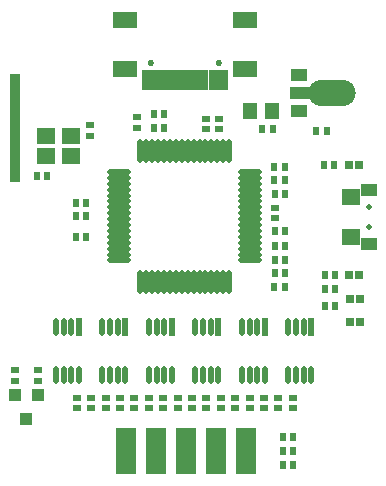
<source format=gts>
G04*
G04 #@! TF.GenerationSoftware,Altium Limited,Altium Designer,24.4.1 (13)*
G04*
G04 Layer_Color=8388736*
%FSLAX44Y44*%
%MOMM*%
G71*
G04*
G04 #@! TF.SameCoordinates,5AD5FF80-1175-482D-978A-231780835DF3*
G04*
G04*
G04 #@! TF.FilePolarity,Negative*
G04*
G01*
G75*
%ADD36R,0.8636X9.1948*%
%ADD37O,4.0132X2.2352*%
%ADD38R,2.7432X1.0668*%
%ADD39R,1.4732X1.0672*%
%ADD40R,1.7272X4.0032*%
%ADD41O,2.0032X0.5032*%
%ADD42O,0.5032X2.0032*%
%ADD43R,0.6032X0.7032*%
%ADD44R,0.7032X0.6032*%
%ADD45R,1.3032X1.4032*%
%ADD46R,0.7532X0.8032*%
%ADD47R,1.5032X1.3532*%
%ADD48R,1.4032X1.1032*%
%ADD49R,1.0032X1.1032*%
%ADD50R,0.5532X1.5032*%
%ADD51O,0.5532X1.5032*%
%ADD52R,1.5032X1.4032*%
%ADD53R,2.0032X1.4032*%
%ADD54R,0.5032X1.6532*%
%ADD55C,0.5032*%
%ADD56C,0.5282*%
D36*
X-143510Y270510D02*
D03*
D37*
X124325Y299720D02*
D03*
D38*
X103005D02*
D03*
D39*
X96655Y284480D02*
D03*
Y314960D02*
D03*
D40*
X26670Y-3048D02*
D03*
X-49530D02*
D03*
X1270D02*
D03*
X-24130D02*
D03*
X52070D02*
D03*
D41*
X-55754Y233080D02*
D03*
Y228080D02*
D03*
Y223080D02*
D03*
Y218080D02*
D03*
Y213080D02*
D03*
Y208080D02*
D03*
Y203080D02*
D03*
Y198080D02*
D03*
Y193080D02*
D03*
Y188080D02*
D03*
Y183080D02*
D03*
Y178080D02*
D03*
Y173080D02*
D03*
Y168080D02*
D03*
Y163080D02*
D03*
Y158080D02*
D03*
X55500D02*
D03*
Y163080D02*
D03*
Y168080D02*
D03*
Y173080D02*
D03*
Y178080D02*
D03*
X55500Y183080D02*
D03*
Y188080D02*
D03*
Y193080D02*
D03*
X55500Y198080D02*
D03*
Y203080D02*
D03*
Y208080D02*
D03*
Y213080D02*
D03*
Y218080D02*
D03*
X55500Y223080D02*
D03*
Y228080D02*
D03*
X55500Y233080D02*
D03*
D42*
X-37500Y140080D02*
D03*
X-32500D02*
D03*
X-27500D02*
D03*
X-22500Y140080D02*
D03*
X-17500D02*
D03*
X-12500Y140080D02*
D03*
X-7500D02*
D03*
X-2500D02*
D03*
X2500D02*
D03*
X7500D02*
D03*
X12500D02*
D03*
X17500D02*
D03*
X22500D02*
D03*
X27500D02*
D03*
X32500D02*
D03*
X37500D02*
D03*
X37500Y251080D02*
D03*
X32500Y251080D02*
D03*
X27500D02*
D03*
X22500Y251080D02*
D03*
X17500D02*
D03*
X12500D02*
D03*
X7500D02*
D03*
X2500D02*
D03*
X-2500Y251080D02*
D03*
X-7500D02*
D03*
X-12500Y251080D02*
D03*
X-17500D02*
D03*
X-22500D02*
D03*
X-27500D02*
D03*
X-32500D02*
D03*
X-37500D02*
D03*
D43*
X-92383Y178309D02*
D03*
X-83384Y178308D02*
D03*
X-83629Y195581D02*
D03*
X-92129D02*
D03*
X-83380Y207009D02*
D03*
X-92379Y207010D02*
D03*
X-125259Y229871D02*
D03*
X-116260Y229870D02*
D03*
X84509Y237489D02*
D03*
X75510Y237490D02*
D03*
Y226060D02*
D03*
X84509Y226059D02*
D03*
X76009Y214629D02*
D03*
X84509D02*
D03*
X-26280Y270510D02*
D03*
X-17780D02*
D03*
X-26280Y281940D02*
D03*
X-17780D02*
D03*
X74350Y269240D02*
D03*
X65351Y269241D02*
D03*
X120070Y267970D02*
D03*
X111071Y267971D02*
D03*
X126419Y238759D02*
D03*
X117919D02*
D03*
X84509Y182879D02*
D03*
X76009D02*
D03*
X84763Y170687D02*
D03*
X76263D02*
D03*
X76009Y158749D02*
D03*
X84509D02*
D03*
X76009Y147319D02*
D03*
X84509D02*
D03*
X84763Y135635D02*
D03*
X75764Y135636D02*
D03*
X126937Y145797D02*
D03*
X118437D02*
D03*
X126927Y133603D02*
D03*
X118427D02*
D03*
X126927Y119887D02*
D03*
X118427D02*
D03*
X82805Y-14731D02*
D03*
X91305D02*
D03*
X82804Y-3048D02*
D03*
X91803Y-3049D02*
D03*
X91305Y8383D02*
D03*
X82805D02*
D03*
D44*
X76201Y194119D02*
D03*
Y202619D02*
D03*
X29211Y269049D02*
D03*
Y277549D02*
D03*
X17781Y269049D02*
D03*
Y277549D02*
D03*
X-40639Y279327D02*
D03*
X-40640Y270328D02*
D03*
X-30481Y33083D02*
D03*
Y41583D02*
D03*
X-18289Y33083D02*
D03*
Y41583D02*
D03*
X54863Y33083D02*
D03*
Y41583D02*
D03*
X67056D02*
D03*
Y33083D02*
D03*
X79247D02*
D03*
Y41583D02*
D03*
X91439Y33083D02*
D03*
Y41583D02*
D03*
X42671D02*
D03*
Y33083D02*
D03*
X30479D02*
D03*
Y41583D02*
D03*
X18287Y33083D02*
D03*
Y41583D02*
D03*
X6095Y33083D02*
D03*
Y41583D02*
D03*
X-6095D02*
D03*
Y33083D02*
D03*
X-42673D02*
D03*
Y41583D02*
D03*
X-54865D02*
D03*
Y33083D02*
D03*
X-67057D02*
D03*
Y41583D02*
D03*
X-79249D02*
D03*
Y33083D02*
D03*
X-91441Y41583D02*
D03*
Y33083D02*
D03*
X-143764Y56460D02*
D03*
X-143763Y65459D02*
D03*
X-124459Y64951D02*
D03*
Y56451D02*
D03*
X-80010Y263470D02*
D03*
X-80009Y272469D02*
D03*
D45*
X55270Y284480D02*
D03*
X74270D02*
D03*
D46*
X147760Y238760D02*
D03*
X139260D02*
D03*
X148014Y106172D02*
D03*
X139514D02*
D03*
Y125476D02*
D03*
X148014D02*
D03*
X139260Y145796D02*
D03*
X147760D02*
D03*
D47*
X140456Y178186D02*
D03*
Y211686D02*
D03*
D48*
X155956Y171936D02*
D03*
Y217936D02*
D03*
D49*
X-124612Y44036D02*
D03*
X-143612D02*
D03*
X-134112Y24036D02*
D03*
D50*
X107286Y101534D02*
D03*
X67916D02*
D03*
X28546D02*
D03*
X-10824D02*
D03*
X-50194D02*
D03*
X-89564D02*
D03*
D51*
X100786D02*
D03*
X94286D02*
D03*
X87786D02*
D03*
Y61534D02*
D03*
X94286D02*
D03*
X100786D02*
D03*
X107286D02*
D03*
X67916D02*
D03*
X61416D02*
D03*
X54916D02*
D03*
X48416D02*
D03*
Y101534D02*
D03*
X54916D02*
D03*
X61416D02*
D03*
X22046D02*
D03*
X15546D02*
D03*
X9046D02*
D03*
Y61534D02*
D03*
X15546D02*
D03*
X22046D02*
D03*
X28546D02*
D03*
X-10824D02*
D03*
X-17324D02*
D03*
X-23824D02*
D03*
X-30324D02*
D03*
Y101534D02*
D03*
X-23824D02*
D03*
X-17324D02*
D03*
X-56694D02*
D03*
X-63194D02*
D03*
X-69694D02*
D03*
Y61534D02*
D03*
X-63194D02*
D03*
X-56694D02*
D03*
X-50194D02*
D03*
X-96064Y101534D02*
D03*
X-102564D02*
D03*
X-109064D02*
D03*
Y61534D02*
D03*
X-102564D02*
D03*
X-96064D02*
D03*
X-89564D02*
D03*
D52*
X-117180Y246770D02*
D03*
X-96180D02*
D03*
Y263770D02*
D03*
X-117180D02*
D03*
D53*
X-50700Y361620D02*
D03*
X50700D02*
D03*
X-50700Y319820D02*
D03*
X50700D02*
D03*
D54*
X31000Y310670D02*
D03*
X23000Y310660D02*
D03*
X17500D02*
D03*
X7500D02*
D03*
X-7500D02*
D03*
X-17500D02*
D03*
X-23000D02*
D03*
X-30750D02*
D03*
X-33750D02*
D03*
X-26000Y310670D02*
D03*
X-12500Y310660D02*
D03*
X-2500D02*
D03*
X2500D02*
D03*
X12500D02*
D03*
X26000D02*
D03*
X34000D02*
D03*
D55*
X155956Y186436D02*
D03*
Y203436D02*
D03*
D56*
X-28900Y325120D02*
D03*
X28900D02*
D03*
M02*

</source>
